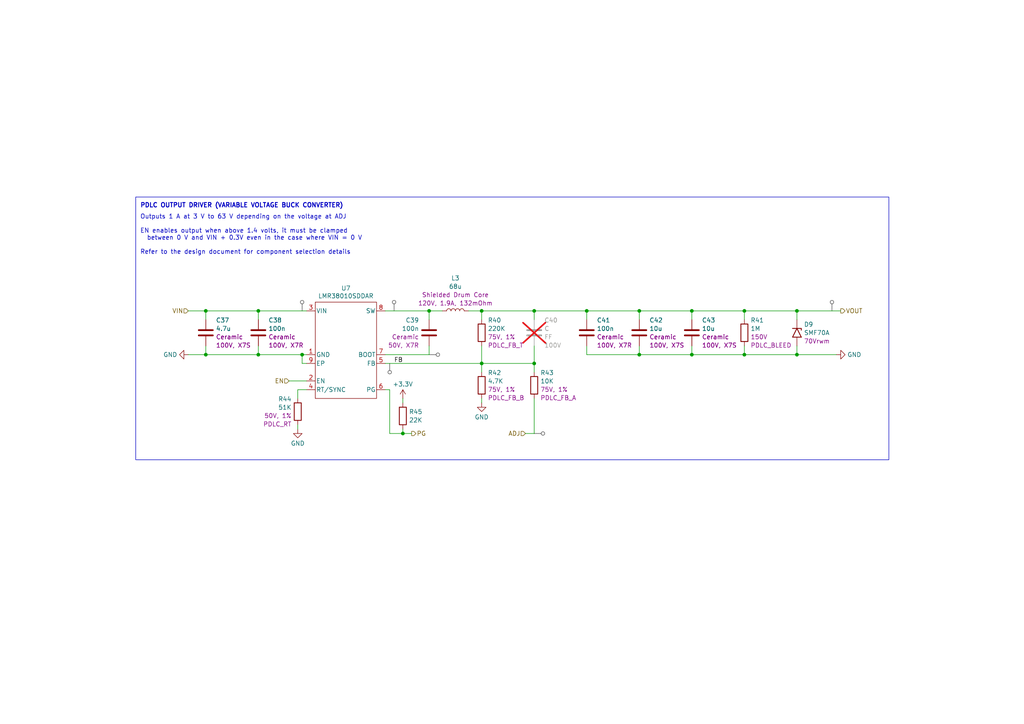
<source format=kicad_sch>
(kicad_sch (version 20250114) (generator "eeschema") (generator_version "9.0")
  (paper "A4")
  (title_block (date "2026-01") (rev "v2.0") (company "Brown Studios LLC") (comment 1 "github.com/brown-studios/pdlc"))
  (lib_symbols
    (symbol "Device:C" (pin_numbers (hide yes)) (pin_names (offset 0.254))
      (property "Reference" "C" (at 0.635 2.54 0))
      (property "Value" "C" (at 0.635 -2.54 0))
      (symbol "C_0_1"
        (polyline (pts (xy -2.032 0.762) (xy 2.032 0.762)) (stroke (width 0.508)))
        (polyline (pts (xy -2.032 -0.762) (xy 2.032 -0.762)) (stroke (width 0.508)))
      )
      (symbol "C_1_1"
        (pin passive line (at 0 3.81 270) (length 2.794) (name "~") (number "1"))
        (pin passive line (at 0 -3.81 90) (length 2.794) (name "~") (number "2"))
      )
    )
    (symbol "Device:L" (pin_numbers (hide yes)) (pin_names (offset 1.016) (hide yes))
      (property "Reference" "L" (at -1.27 0 90))
      (property "Value" "L" (at 1.905 0 90))
      (symbol "L_0_1"
        (arc (start 0 2.54) (mid 0.6323 1.905) (end 0 1.27))
        (arc (start 0 1.27) (mid 0.6323 0.635) (end 0 0))
        (arc (start 0 0) (mid 0.6323 -0.635) (end 0 -1.27))
        (arc (start 0 -1.27) (mid 0.6323 -1.905) (end 0 -2.54))
      )
      (symbol "L_1_1"
        (pin passive line (at 0 3.81 270) (length 1.27) (name "1") (number "1"))
        (pin passive line (at 0 -3.81 90) (length 1.27) (name "2") (number "2"))
      )
    )
    (symbol "Device:R" (pin_numbers (hide yes)) (pin_names (offset 0))
      (property "Reference" "R" (at 2.032 0 90))
      (property "Value" "R" (at 0 0 90))
      (symbol "R_0_1"
        (rectangle (start -1.016 -2.54) (end 1.016 2.54) (stroke (width 0.254)))
      )
      (symbol "R_1_1"
        (pin passive line (at 0 3.81 270) (length 1.27) (name "~") (number "1"))
        (pin passive line (at 0 -3.81 90) (length 1.27) (name "~") (number "2"))
      )
    )
    (symbol "Diode:SMF16A" (pin_numbers (hide yes)) (pin_names (offset 1.016) (hide yes))
      (property "Reference" "D" (at 0 2.54 0))
      (property "Value" "SMF16A" (at 0 -2.54 0))
      (symbol "SMF16A_0_1"
        (polyline (pts (xy -0.762 1.27) (xy -1.27 1.27) (xy -1.27 -1.27)) (stroke (width 0.254)))
        (polyline (pts (xy 1.27 1.27) (xy 1.27 -1.27) (xy -1.27 0) (xy 1.27 1.27)) (stroke (width 0.254)))
      )
      (symbol "SMF16A_1_1"
        (pin passive line (at -3.81 0 0) (length 2.54) (name "A1") (number "1"))
        (pin passive line (at 3.81 0 180) (length 2.54) (name "A2") (number "2"))
      )
    )
    (symbol "LMR380xx:LMR38010SDDAR" (pin_names (offset 0.254))
      (property "Reference" "U" (at 0 26.67 0))
      (property "Value" "LMR38010SDDAR" (at 0 24.638 0))
      (symbol "LMR38010SDDAR_0_0"
        (pin power_in line (at -11.43 20.32 0) (length 2.54) (name "VIN") (number "3"))
        (pin power_in line (at -11.43 7.62 0) (length 2.54) (name "GND") (number "1"))
        (pin passive line (at -11.43 5.08 0) (length 2.54) (name "EP") (number "9"))
        (pin input line (at -11.43 0 0) (length 2.54) (name "EN") (number "2"))
        (pin input line (at -11.43 -2.54 0) (length 2.54) (name "RT/SYNC") (number "4"))
        (pin power_out line (at 11.43 20.32 180) (length 2.54) (name "SW") (number "8"))
        (pin power_out line (at 11.43 7.62 180) (length 2.54) (name "BOOT") (number "7"))
        (pin input line (at 11.43 5.08 180) (length 2.54) (name "FB") (number "5"))
        (pin output line (at 11.43 -2.54 180) (length 2.54) (name "PG") (number "6"))
      )
      (symbol "LMR38010SDDAR_0_1"
        (rectangle (start -8.89 22.86) (end 8.89 -5.08))
      )
    )
    (symbol "power:+3.3V" (power) (pin_numbers (hide yes)) (pin_names (offset 0) (hide yes))
      (property "Value" "+3.3V" (at 0 3.556 0))
      (symbol "+3.3V_0_1"
        (polyline (pts (xy -0.762 1.27) (xy 0 2.54)))
        (polyline (pts (xy 0 2.54) (xy 0.762 1.27)))
        (polyline (pts (xy 0 0) (xy 0 2.54)))
      )
      (symbol "+3.3V_1_1"
        (pin power_in line (at 0 0 90) (length 0) (name "~") (number "1"))
      )
    )
    (symbol "power:GND" (power) (pin_numbers (hide yes)) (pin_names (offset 0) (hide yes))
      (property "Value" "GND" (at 0 -3.81 0))
      (symbol "GND_0_1"
        (polyline (pts (xy 0 0) (xy 0 -1.27) (xy 1.27 -1.27) (xy 0 -2.54) (xy -1.27 -1.27) (xy 0 -1.27)))
      )
      (symbol "GND_1_1"
        (pin power_in line (at 0 0 270) (length 0) (name "~") (number "1"))
      )
    )
  )
  (rectangle (start 39.37 57.15) (end 257.81 133.35))
  (text "Outputs 1 A at 3 V to 63 V depending on the voltage at ADJ\n\nEN enables output when above 1.4 volts, it must be clamped\n  between 0 V and VIN + 0.3V even in the case where VIN = 0 V\n\nRefer to the design document for component selection details" (at 40.64 62.23 0) (effects (font (size 1.27 1.27) (thickness 0.1588)) (justify left top)))
  (text "PDLC OUTPUT DRIVER (VARIABLE VOLTAGE BUCK CONVERTER)" (at 40.64 59.69 0) (effects (font (size 1.27 1.27) (thickness 0.254) (bold yes)) (justify left)))
  (junction (at 139.7 105.41))
  (junction (at 215.9 90.17))
  (junction (at 87.63 102.87))
  (junction (at 200.66 102.87))
  (junction (at 170.18 90.17))
  (junction (at 74.93 90.17))
  (junction (at 74.93 102.87))
  (junction (at 185.42 102.87))
  (junction (at 215.9 102.87))
  (junction (at 59.69 102.87))
  (junction (at 116.84 125.73))
  (junction (at 59.69 90.17))
  (junction (at 154.94 105.41))
  (junction (at 154.94 90.17))
  (junction (at 200.66 90.17))
  (junction (at 185.42 90.17))
  (junction (at 231.14 102.87))
  (junction (at 231.14 90.17))
  (junction (at 139.7 90.17))
  (junction (at 124.46 90.17))
  (wire (pts (xy 154.94 90.17) (xy 154.94 92.71)))
  (wire (pts (xy 170.18 90.17) (xy 170.18 92.71)))
  (wire (pts (xy 154.94 105.41) (xy 154.94 100.33)))
  (wire (pts (xy 83.82 110.49) (xy 88.9 110.49)))
  (wire (pts (xy 154.94 90.17) (xy 170.18 90.17)))
  (wire (pts (xy 139.7 115.57) (xy 139.7 116.84)))
  (wire (pts (xy 242.57 102.87) (xy 231.14 102.87)))
  (wire (pts (xy 170.18 90.17) (xy 185.42 90.17)))
  (wire (pts (xy 74.93 102.87) (xy 87.63 102.87)))
  (wire (pts (xy 154.94 125.73) (xy 152.4 125.73)))
  (wire (pts (xy 74.93 90.17) (xy 88.9 90.17)))
  (wire (pts (xy 59.69 100.33) (xy 59.69 102.87)))
  (wire (pts (xy 135.89 90.17) (xy 139.7 90.17)))
  (wire (pts (xy 86.36 113.03) (xy 86.36 115.57)))
  (wire (pts (xy 185.42 102.87) (xy 200.66 102.87)))
  (wire (pts (xy 116.84 125.73) (xy 119.38 125.73)))
  (wire (pts (xy 154.94 115.57) (xy 154.94 125.73)))
  (wire (pts (xy 185.42 90.17) (xy 200.66 90.17)))
  (wire (pts (xy 111.76 102.87) (xy 124.46 102.87)))
  (wire (pts (xy 170.18 102.87) (xy 185.42 102.87)))
  (wire (pts (xy 231.14 102.87) (xy 215.9 102.87)))
  (wire (pts (xy 54.61 90.17) (xy 59.69 90.17)))
  (wire (pts (xy 86.36 123.19) (xy 86.36 124.46)))
  (wire (pts (xy 215.9 102.87) (xy 200.66 102.87)))
  (wire (pts (xy 116.84 124.46) (xy 116.84 125.73)))
  (wire (pts (xy 124.46 90.17) (xy 128.27 90.17)))
  (wire (pts (xy 74.93 102.87) (xy 74.93 100.33)))
  (wire (pts (xy 139.7 100.33) (xy 139.7 105.41)))
  (wire (pts (xy 124.46 90.17) (xy 124.46 92.71)))
  (wire (pts (xy 88.9 105.41) (xy 87.63 105.41)))
  (wire (pts (xy 139.7 105.41) (xy 154.94 105.41)))
  (wire (pts (xy 87.63 105.41) (xy 87.63 102.87)))
  (wire (pts (xy 116.84 115.57) (xy 116.84 116.84)))
  (wire (pts (xy 74.93 90.17) (xy 74.93 92.71)))
  (wire (pts (xy 87.63 102.87) (xy 88.9 102.87)))
  (wire (pts (xy 139.7 107.95) (xy 139.7 105.41)))
  (wire (pts (xy 113.03 113.03) (xy 111.76 113.03)))
  (wire (pts (xy 215.9 100.33) (xy 215.9 102.87)))
  (wire (pts (xy 59.69 90.17) (xy 74.93 90.17)))
  (wire (pts (xy 200.66 90.17) (xy 200.66 92.71)))
  (wire (pts (xy 111.76 90.17) (xy 124.46 90.17)))
  (wire (pts (xy 200.66 90.17) (xy 215.9 90.17)))
  (wire (pts (xy 215.9 90.17) (xy 231.14 90.17)))
  (wire (pts (xy 200.66 102.87) (xy 200.66 100.33)))
  (wire (pts (xy 185.42 90.17) (xy 185.42 92.71)))
  (wire (pts (xy 139.7 90.17) (xy 154.94 90.17)))
  (wire (pts (xy 113.03 113.03) (xy 113.03 125.73)))
  (wire (pts (xy 111.76 105.41) (xy 139.7 105.41)))
  (wire (pts (xy 231.14 90.17) (xy 231.14 92.71)))
  (wire (pts (xy 185.42 102.87) (xy 185.42 100.33)))
  (wire (pts (xy 59.69 90.17) (xy 59.69 92.71)))
  (wire (pts (xy 54.61 102.87) (xy 59.69 102.87)))
  (wire (pts (xy 124.46 102.87) (xy 124.46 100.33)))
  (wire (pts (xy 59.69 102.87) (xy 74.93 102.87)))
  (wire (pts (xy 139.7 90.17) (xy 139.7 92.71)))
  (wire (pts (xy 231.14 90.17) (xy 243.84 90.17)))
  (wire (pts (xy 231.14 100.33) (xy 231.14 102.87)))
  (wire (pts (xy 170.18 100.33) (xy 170.18 102.87)))
  (wire (pts (xy 215.9 90.17) (xy 215.9 92.71)))
  (wire (pts (xy 113.03 125.73) (xy 116.84 125.73)))
  (wire (pts (xy 154.94 105.41) (xy 154.94 107.95)))
  (wire (pts (xy 88.9 113.03) (xy 86.36 113.03)))
  (label "FB" (at 114.3 105.41 0))
  (hierarchical_label "ADJ" (shape input) (at 152.4 125.73 180))
  (hierarchical_label "VIN" (shape input) (at 54.61 90.17 180))
  (hierarchical_label "PG" (shape output) (at 119.38 125.73 0))
  (hierarchical_label "VOUT" (shape output) (at 243.84 90.17 0))
  (hierarchical_label "EN" (shape input) (at 83.82 110.49 180))
  (netclass_flag "" (length 2.54) (shape round) (at 113.03 105.41 180) (property "Netclass" "Analog" (effects (hide yes))))
  (netclass_flag "" (length 2.54) (shape round) (at 124.46 102.87 270) (property "Netclass" "High Voltage" (effects (hide yes))))
  (netclass_flag "" (length 2.54) (shape round) (at 154.94 125.73 270) (property "Netclass" "Analog" (effects (hide yes))))
  (netclass_flag "" (length 2.54) (shape round) (at 241.3 90.17 0) (property "Netclass" "High Voltage" (effects (hide yes))))
  (netclass_flag "" (length 2.54) (shape round) (at 114.3 90.17 0) (property "Netclass" "High Voltage" (effects (hide yes))))
  (netclass_flag "" (length 2.54) (shape round) (at 87.63 90.17 0) (property "Netclass" "High Voltage" (effects (hide yes))))
  (symbol (lib_id "Device:R") (at 86.36 119.38 0) (mirror x) (unit 1)
    (property "Reference" "R38" (at 84.5821 115.7435 0) (effects (justify right)))
    (property "Value" "51K" (at 84.5821 118.1678 0) (effects (justify right)))
    (property "Footprint" "Resistor_SMD:R_0402_1005Metric" (effects (hide yes)))
    (property "Description" "Resistor" (effects (hide yes)))
    (property "LCSC" "C25794" (effects (hide yes)))
    (property "Rating" "50V, 1%" (at 84.5821 120.5921 0) (effects (justify right)))
    (property "Label" "PDLC_RT" (at 84.5821 123.0164 0) (effects (justify right)))
    (instances (project "pdlc" (path "" (reference "R44") (unit 1)) (path "" (reference "R38") (unit 1))))
  )
  (symbol (lib_id "power:GND") (at 54.61 102.87 270) (mirror x) (unit 1)
    (property "Reference" "#PWR047" (effects (hide yes)))
    (property "Value" "GND" (at 51.4351 102.87 90) (effects (justify right)))
    (property "Description" "Power symbol creates a global label with name \"GND\" , ground" (effects (hide yes)))
    (instances (project "pdlc" (path "" (reference "#PWR052") (unit 1)) (path "" (reference "#PWR047") (unit 1))))
  )
  (symbol (lib_id "Device:R") (at 139.7 111.76 0) (unit 1)
    (property "Reference" "R36" (at 141.478 108.1235 0) (effects (justify left)))
    (property "Value" "4.7K" (at 141.478 110.5478 0) (effects (justify left)))
    (property "Footprint" "Resistor_SMD:R_0603_1608Metric" (effects (hide yes)))
    (property "Description" "Resistor" (effects (hide yes)))
    (property "Rating" "75V, 1%" (at 141.478 112.9721 0) (effects (justify left)))
    (property "LCSC" "C23162" (effects (hide yes)))
    (property "Label" "PDLC_FB_B" (at 141.478 115.3964 0) (effects (justify left)))
    (instances (project "pdlc" (path "" (reference "R42") (unit 1)) (path "" (reference "R36") (unit 1))))
  )
  (symbol (lib_id "power:+3.3V") (at 116.84 115.57 0) (mirror y) (unit 1)
    (property "Reference" "#PWR049" (effects (hide yes)))
    (property "Value" "+3.3V" (at 116.84 111.4369 0))
    (property "Description" "Power symbol creates a global label with name \"+3.3V\"" (effects (hide yes)))
    (instances (project "pdlc" (path "" (reference "#PWR054") (unit 1)) (path "" (reference "#PWR049") (unit 1))))
  )
  (symbol (lib_id "Diode:SMF16A") (at 231.14 96.52 270) (unit 1)
    (property "Reference" "D8" (at 233.172 94.0957 90) (effects (justify left)))
    (property "Value" "SMF70A" (at 233.172 96.52 90) (effects (justify left)))
    (property "Footprint" "Diode_SMD:D_SMF" (effects (hide yes)))
    (property "Datasheet" "https://www.littelfuse.com/assetdocs/tvs-diodes-smf-datasheet" (effects (hide yes)))
    (property "Description" "200W unidirectional Transil Transient Voltage Suppressor, 70Vrwm, SMF" (effects (hide yes)))
    (property "Rating" "70Vrwm" (at 233.172 98.9443 90) (effects (justify left)))
    (property "LCSC" "C1976954" (effects (hide yes)))
    (property "FT Rotation Offset" "0" (effects (hide yes)))
    (instances (project "" (path "" (reference "D9") (unit 1)) (path "" (reference "D8") (unit 1))))
  )
  (symbol (lib_id "power:GND") (at 86.36 124.46 0) (mirror y) (unit 1)
    (property "Reference" "#PWR051" (effects (hide yes)))
    (property "Value" "GND" (at 86.36 128.5931 0))
    (property "Description" "Power symbol creates a global label with name \"GND\" , ground" (effects (hide yes)))
    (instances (project "pdlc" (path "" (reference "#PWR056") (unit 1)) (path "" (reference "#PWR051") (unit 1))))
  )
  (symbol (lib_id "Device:R") (at 139.7 96.52 0) (unit 1)
    (property "Reference" "R34" (at 141.478 92.8835 0) (effects (justify left)))
    (property "Value" "220K" (at 141.478 95.3078 0) (effects (justify left)))
    (property "Footprint" "Resistor_SMD:R_0603_1608Metric" (effects (hide yes)))
    (property "Description" "Resistor" (effects (hide yes)))
    (property "Rating" "75V, 1%" (at 141.478 97.7321 0) (effects (justify left)))
    (property "LCSC" "C22961" (effects (hide yes)))
    (property "Label" "PDLC_FB_T" (at 141.478 100.1564 0) (effects (justify left)))
    (instances (project "pdlc" (path "" (reference "R40") (unit 1)) (path "" (reference "R34") (unit 1))))
  )
  (symbol (lib_id "Device:C") (at 170.18 96.52 0) (unit 1)
    (property "Reference" "C34" (at 173.101 92.8835 0) (effects (justify left)))
    (property "Value" "100n" (at 173.101 95.3078 0) (effects (justify left)))
    (property "Footprint" "Capacitor_SMD:C_1206_3216Metric" (effects (hide yes)))
    (property "Description" "Unpolarized capacitor" (effects (hide yes)))
    (property "Type" "Ceramic" (at 173.101 97.7321 0) (effects (justify left)))
    (property "Rating" "100V, X7R" (at 173.101 100.1564 0) (effects (justify left)))
    (property "LCSC" "C1945" (effects (hide yes)))
    (property "Part" "CL31B104KCFNNNE" (effects (hide yes)))
    (instances (project "pdlc" (path "" (reference "C41") (unit 1)) (path "" (reference "C34") (unit 1))))
  )
  (symbol (lib_id "Device:C") (at 185.42 96.52 0) (unit 1)
    (property "Reference" "C35" (at 188.341 92.8835 0) (effects (justify left)))
    (property "Value" "10u" (at 188.341 95.3078 0) (effects (justify left)))
    (property "Footprint" "Capacitor_SMD:C_1210_3225Metric" (effects (hide yes)))
    (property "Datasheet" "https://pim.murata.com/en-us/pim/details/?partNum=GRM32EC72A106KE05%23" (effects (hide yes)))
    (property "Description" "Unpolarized capacitor" (effects (hide yes)))
    (property "Type" "Ceramic" (at 188.341 97.7321 0) (effects (justify left)))
    (property "Rating" "100V, X7S" (at 188.341 100.1564 0) (effects (justify left)))
    (property "LCSC" "C576517" (effects (hide yes)))
    (property "Manufacturer" "Murata" (effects (hide yes)))
    (property "Part" "GRM32EC72A106KE05L" (effects (hide yes)))
    (instances (project "pdlc" (path "" (reference "C42") (unit 1)) (path "" (reference "C35") (unit 1))))
  )
  (symbol (lib_id "Device:C") (at 154.94 96.52 0) (unit 1) (in_bom no) (dnp yes)
    (property "Reference" "C33" (at 157.861 92.8835 0) (effects (justify left)))
    (property "Value" "C" (at 157.861 95.3078 0) (effects (justify left)))
    (property "Footprint" "Capacitor_SMD:C_0603_1608Metric" (effects (hide yes)))
    (property "Description" "Unpolarized capacitor" (effects (hide yes)))
    (property "Label" "FF" (at 157.861 97.7321 0) (effects (justify left)))
    (property "Rating" "100V" (at 157.861 100.1564 0) (effects (justify left)))
    (instances (project "pdlc" (path "" (reference "C40") (unit 1)) (path "" (reference "C33") (unit 1))))
  )
  (symbol (lib_id "Device:C") (at 74.93 96.52 0) (unit 1)
    (property "Reference" "C31" (at 77.851 92.8835 0) (effects (justify left)))
    (property "Value" "100n" (at 77.851 95.3078 0) (effects (justify left)))
    (property "Footprint" "Capacitor_SMD:C_1206_3216Metric" (effects (hide yes)))
    (property "Description" "Unpolarized capacitor" (effects (hide yes)))
    (property "Type" "Ceramic" (at 77.851 97.7321 0) (effects (justify left)))
    (property "Rating" "100V, X7R" (at 77.851 100.1564 0) (effects (justify left)))
    (property "LCSC" "C1945" (effects (hide yes)))
    (property "Part" "CL31B104KCFNNNE" (effects (hide yes)))
    (instances (project "pdlc" (path "" (reference "C38") (unit 1)) (path "" (reference "C31") (unit 1))))
  )
  (symbol (lib_id "Device:L") (at 132.08 90.17 90) (unit 1)
    (property "Reference" "L2" (at 132.08 80.6716 90))
    (property "Value" "68u" (at 132.08 83.0959 90))
    (property "Footprint" "WE-PD_1050P:WE-PD_1050P" (effects (hide yes)))
    (property "Datasheet" "https://www.we-online.com/components/products/datasheet/7447714680.pdf" (effects (hide yes)))
    (property "Description" "Inductor" (effects (hide yes)))
    (property "LCSC" "C5364067" (effects (hide yes)))
    (property "Type" "Shielded Drum Core" (at 132.08 85.5202 90))
    (property "Rating" "120V, 1.9A, 132mOhm" (at 132.08 87.9445 90))
    (property "Manufacturer" "Wurth" (effects (hide yes)))
    (property "FT Rotation Offset" "270" (effects (hide yes)))
    (property "Part" "7447714680" (effects (hide yes)))
    (instances (project "pdlc" (path "" (reference "L3") (unit 1)) (path "" (reference "L2") (unit 1))))
  )
  (symbol (lib_id "power:GND") (at 242.57 102.87 90) (mirror x) (unit 1)
    (property "Reference" "#PWR048" (effects (hide yes)))
    (property "Value" "GND" (at 245.745 102.87 90) (effects (justify right)))
    (property "Description" "Power symbol creates a global label with name \"GND\" , ground" (effects (hide yes)))
    (instances (project "pdlc" (path "" (reference "#PWR053") (unit 1)) (path "" (reference "#PWR048") (unit 1))))
  )
  (symbol (lib_id "Device:C") (at 200.66 96.52 0) (unit 1)
    (property "Reference" "C36" (at 203.581 92.8835 0) (effects (justify left)))
    (property "Value" "10u" (at 203.581 95.3078 0) (effects (justify left)))
    (property "Footprint" "Capacitor_SMD:C_1210_3225Metric" (effects (hide yes)))
    (property "Datasheet" "https://pim.murata.com/en-us/pim/details/?partNum=GRM32EC72A106KE05%23" (effects (hide yes)))
    (property "Description" "Unpolarized capacitor" (effects (hide yes)))
    (property "Type" "Ceramic" (at 203.581 97.7321 0) (effects (justify left)))
    (property "Rating" "100V, X7S" (at 203.581 100.1564 0) (effects (justify left)))
    (property "LCSC" "C576517" (effects (hide yes)))
    (property "Manufacturer" "Murata" (effects (hide yes)))
    (property "Part" "GRM32EC72A106KE05L" (effects (hide yes)))
    (instances (project "pdlc" (path "" (reference "C43") (unit 1)) (path "" (reference "C36") (unit 1))))
  )
  (symbol (lib_id "Device:R") (at 154.94 111.76 0) (unit 1)
    (property "Reference" "R37" (at 156.718 108.1235 0) (effects (justify left)))
    (property "Value" "10K" (at 156.718 110.5478 0) (effects (justify left)))
    (property "Footprint" "Resistor_SMD:R_0603_1608Metric" (effects (hide yes)))
    (property "Description" "Resistor" (effects (hide yes)))
    (property "Rating" "75V, 1%" (at 156.718 112.9721 0) (effects (justify left)))
    (property "LCSC" "C25804" (effects (hide yes)))
    (property "Label" "PDLC_FB_A" (at 156.718 115.3964 0) (effects (justify left)))
    (instances (project "pdlc" (path "" (reference "R43") (unit 1)) (path "" (reference "R37") (unit 1))))
  )
  (symbol (lib_id "Device:C") (at 124.46 96.52 0) (mirror y) (unit 1)
    (property "Reference" "C32" (at 121.539 92.8835 0) (effects (justify left)))
    (property "Value" "100n" (at 121.539 95.3078 0) (effects (justify left)))
    (property "Footprint" "Capacitor_SMD:C_0603_1608Metric" (effects (hide yes)))
    (property "Description" "Unpolarized capacitor" (effects (hide yes)))
    (property "Type" "Ceramic" (at 121.539 97.7321 0) (effects (justify left)))
    (property "Rating" "50V, X7R" (at 121.539 100.1564 0) (effects (justify left)))
    (property "LCSC" "C14663" (effects (hide yes)))
    (instances (project "pdlc" (path "" (reference "C39") (unit 1)) (path "" (reference "C32") (unit 1))))
  )
  (symbol (lib_id "Device:C") (at 59.69 96.52 0) (unit 1)
    (property "Reference" "C30" (at 62.611 92.8835 0) (effects (justify left)))
    (property "Value" "4.7u" (at 62.611 95.3078 0) (effects (justify left)))
    (property "Footprint" "Capacitor_SMD:C_1210_3225Metric" (effects (hide yes)))
    (property "Datasheet" "https://jlcpcb.com/api/file/downloadByFileSystemAccessId/8588893255841169408" (effects (hide yes)))
    (property "Description" "Unpolarized capacitor" (effects (hide yes)))
    (property "Type" "Ceramic" (at 62.611 97.7321 0) (effects (justify left)))
    (property "Rating" "100V, X7S" (at 62.611 100.1564 0) (effects (justify left)))
    (property "LCSC" "C697607" (effects (hide yes)))
    (property "Manufacturer" "Taiyo Yuden" (effects (hide yes)))
    (property "Part" "HMK325C7475KN-TE" (effects (hide yes)))
    (property "Part Alternative" "GCM32DC72A475KE02L" (effects (hide yes)))
    (instances (project "pdlc" (path "" (reference "C37") (unit 1)) (path "" (reference "C30") (unit 1))))
  )
  (symbol (lib_id "LMR380xx:LMR38010SDDAR") (at 100.33 110.49 0) (unit 1)
    (property "Reference" "U6" (at 100.33 83.6125 0))
    (property "Value" "LMR38010SDDAR" (at 100.33 85.852 0))
    (property "Footprint" "Package_SO:TI_SO-PowerPAD-8" (effects (hide yes)))
    (property "Datasheet" "https://www.ti.com/lit/ds/symlink/lmr38010.pdf" (effects (hide yes)))
    (property "Description" "LMR38010 4.2-V to 80-V, 1-A, Synchronous SIMPLE SWITCHER® Power Converter with 40-µA IQ" (effects (hide yes)))
    (property "LCSC" "C5219310" (effects (hide yes)))
    (instances (project "pdlc" (path "" (reference "U7") (unit 1)) (path "" (reference "U6") (unit 1))))
  )
  (symbol (lib_id "power:GND") (at 139.7 116.84 0) (mirror y) (unit 1)
    (property "Reference" "#PWR050" (effects (hide yes)))
    (property "Value" "GND" (at 139.7 120.9731 0))
    (property "Description" "Power symbol creates a global label with name \"GND\" , ground" (effects (hide yes)))
    (instances (project "pdlc" (path "" (reference "#PWR055") (unit 1)) (path "" (reference "#PWR050") (unit 1))))
  )
  (symbol (lib_id "Device:R") (at 215.9 96.52 0) (unit 1)
    (property "Reference" "R35" (at 217.678 92.8835 0) (effects (justify left)))
    (property "Value" "1M" (at 217.678 95.3078 0) (effects (justify left)))
    (property "Footprint" "Resistor_SMD:R_0805_2012Metric" (effects (hide yes)))
    (property "Description" "Resistor" (effects (hide yes)))
    (property "Rating" "150V" (at 217.678 97.7321 0) (effects (justify left)))
    (property "LCSC" "C17514" (effects (hide yes)))
    (property "Label" "PDLC_BLEED" (at 217.678 100.1564 0) (effects (justify left)))
    (instances (project "pdlc" (path "" (reference "R41") (unit 1)) (path "" (reference "R35") (unit 1))))
  )
  (symbol (lib_id "Device:R") (at 116.84 120.65 0) (unit 1)
    (property "Reference" "R39" (at 118.618 119.4378 0) (effects (justify left)))
    (property "Value" "22K" (at 118.618 121.8621 0) (effects (justify left)))
    (property "Footprint" "Resistor_SMD:R_0402_1005Metric" (effects (hide yes)))
    (property "Description" "Resistor" (effects (hide yes)))
    (property "LCSC" "C25768" (effects (hide yes)))
    (instances (project "pdlc" (path "" (reference "R45") (unit 1)) (path "" (reference "R39") (unit 1))))
  )
)
</source>
